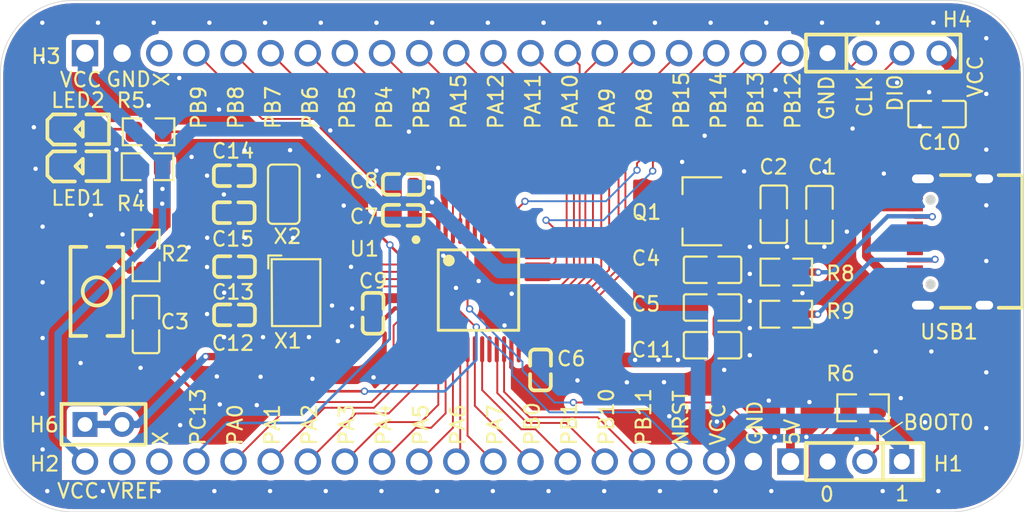
<source format=kicad_pcb>
(kicad_pcb (version 20240108) (generator "pcbnew") (generator_version "8.0")
  (layers (0 "F.Cu" signal) (31 "B.Cu" signal) (34 "B.Paste" user) (35 "F.Paste" user) (36 "B.SilkS" user "B.Silkscreen") (37 "F.SilkS" user "F.Silkscreen") (38 "B.Mask" user) (39 "F.Mask" user) (44 "Edge.Cuts" user))
  (net 0 "")
  (net 1 "VBUS")
  (net 2 "NRST")
  (net 3 "GND")
  (net 4 "OSC_OUT")
  (net 5 "OSC_IN")
  (net 6 "OSC32_IN")
  (net 7 "OSC32_OUT")
  (net 8 "Net-(H1-Pad2)")
  (net 9 "PA1")
  (net 10 "PA4")
  (net 11 "PA7")
  (net 12 "PB1")
  (net 13 "PA3")
  (net 14 "PA6")
  (net 15 "PA2")
  (net 16 "PA0")
  (net 17 "PC13")
  (net 18 "PB0")
  (net 19 "PB10")
  (net 20 "PA5")
  (net 21 "PB11")
  (net 22 "PB15")
  (net 23 "PB12")
  (net 24 "PA10")
  (net 25 "PA12")
  (net 26 "PB6")
  (net 27 "PB3")
  (net 28 "PA15")
  (net 29 "PB14")
  (net 30 "PB8")
  (net 31 "PB9")
  (net 32 "PA9")
  (net 33 "PA11")
  (net 34 "PA8")
  (net 35 "PB13")
  (net 36 "PB7")
  (net 37 "PB5")
  (net 38 "PB4")
  (net 39 "PA13{slash}SWDIO")
  (net 40 "PA14{slash}SWCLK")
  (net 41 "Net-(LED1-+)")
  (net 42 "Net-(LED2-+)")
  (net 43 "VMCU")
  (net 44 "BOOT0")
  (net 45 "Net-(USB1-CC2)")
  (net 46 "Net-(USB1-CC1)")
  (net 48 "PB2")
  (net 56 "/VDDA")
  (net 59 "VREF_PIN")
  (footprint "jlc_library:CRYSTAL-SMD_4P-L3.2-W2.5-BL-1" (layer "F.Cu") (at 84.296875 88.774207 -90)
    (property "Reference" "X1")
    (property "Value" "8MHz" (hide yes))
  )
  (footprint "jlc_library:R0805" (layer "F.Cu") (at 117.826375 90.25 180)
    (property "Reference" "R9")
    (property "Value" "5.1kΩ" (hide yes))
  )
  (footprint "jlc_library:C0805" (layer "F.Cu") (at 116.968875 83.41 -90)
    (property "Reference" "C2")
    (property "Value" "100nF" (hide yes))
  )
  (footprint "jlc_library:KEY-SMD_2P-L6.0-W3.6-P7.4-LS8.0-L" (layer "F.Cu") (at 70.66 88.69 90)
    (property "Reference" "SW1" (hide yes))
    (property "Value" "TS-1101-B-W" (hide yes))
  )
  (footprint "jlc_library:HDR-TH_20P-P2.54-V-M-1" (layer "F.Cu") (at 93.98 100.33 180)
    (property "Reference" "H2")
    (property "Value" "HDR-TH_20P-P2.54-V-M-1" (hide yes))
  )
  (footprint "jlc_library:C0603" (layer "F.Cu") (at 101.01 94.07 -90)
    (property "Reference" "C6")
    (property "Value" "100nF" (hide yes))
  )
  (footprint "jlc_library:R0805" (layer "F.Cu") (at 74.13 80.16)
    (property "Reference" "R4")
    (property "Value" "1kΩ" (hide yes))
  )
  (footprint "jlc_library:HDR-TH_20P-P2.54-V-M-1" (layer "F.Cu") (at 93.98 72.39)
    (property "Reference" "H3")
    (property "Value" "HDR-TH_20P-P2.54-V-M-1" (hide yes))
  )
  (footprint "jlc_library:C0603" (layer "F.Cu") (at 91.62 83.48 180)
    (property "Reference" "C7")
    (property "Value" "100nF" (hide yes))
  )
  (footprint "jlc_library:C0603" (layer "F.Cu") (at 91.62 81.37 180)
    (property "Reference" "C8")
    (property "Value" "100nF" (hide yes))
  )
  (footprint "jlc_library:R0805" (layer "F.Cu") (at 74.0335 86.22725 -90)
    (property "Reference" "R2")
    (property "Value" "10kΩ" (hide yes))
  )
  (footprint "jlc_library:C0805" (layer "F.Cu") (at 74.02 90.95025 -90)
    (property "Reference" "C3")
    (property "Value" "100nF" (hide yes))
  )
  (footprint "jlc_library:C0805" (layer "F.Cu") (at 120.0975 83.44 -90)
    (property "Reference" "C1")
    (property "Value" "1uF" (hide yes))
  )
  (footprint "jlc_library:R0805" (layer "F.Cu") (at 117.826375 87.36825 180)
    (property "Reference" "R8")
    (property "Value" "5.1kΩ" (hide yes))
  )
  (footprint "jlc_library:C0805" (layer "F.Cu") (at 112.78025 92.37)
    (property "Reference" "C11")
    (property "Value" "1uF" (hide yes))
  )
  (footprint "jlc_library:R0805" (layer "F.Cu") (at 74.2 77.77 180)
    (property "Reference" "R5")
    (property "Value" "1kΩ" (hide yes))
  )
  (footprint "jlc_library:HDR-TH_3P-P2.54-V-M" (layer "F.Cu") (at 123.19 100.33 180)
    (property "Reference" "H1")
    (property "Value" "HDR-TH_3P-P2.54-V-M" (hide yes))
  )
  (footprint "jlc_library:C0603" (layer "F.Cu") (at 89.56 90.18 90)
    (property "Reference" "C9")
    (property "Value" "100nF" (hide yes))
  )
  (footprint "jlc_library:C0603" (layer "F.Cu") (at 80.071375 90.293957 180)
    (property "Reference" "C12")
    (property "Value" "12pF" (hide yes))
  )
  (footprint "jlc_library:C0805" (layer "F.Cu") (at 112.78025 87.211666)
    (property "Reference" "C4")
    (property "Value" "100nF" (hide yes))
  )
  (footprint "jlc_library:C0805" (layer "F.Cu") (at 128.14 76.56 180)
    (property "Reference" "C10")
    (property "Value" "100nF" (hide yes))
  )
  (footprint "jlc_library:C0603" (layer "F.Cu") (at 80.05075 83.30225 180)
    (property "Reference" "C15")
    (property "Value" "12pF" (hide yes))
  )
  (footprint "jlc_library:USB-C-SMD_TYPE-C-6PIN-2MD-073" (layer "F.Cu") (at 129 85.31 90)
    (property "Reference" "USB1")
    (property "Value" "TYPE-C 16PIN 2MD(073)" (hide yes))
    (fp_poly (pts (xy 3.24 -1.305) (xy 3.22287 -1.413156) (xy 3.173156 -1.510725) (xy 3.095725 -1.588156) (xy 2.998156 -1.63787) (xy 2.89 -1.655) (xy 2.781844 -1.63787) (xy 2.684275 -1.588156) (xy 2.606844 -1.510725) (xy 2.55713 -1.413156) (xy 2.54 -1.305) (xy 2.55713 -1.196844) (xy 2.606844 -1.099275) (xy 2.684275 -1.021844) (xy 2.781844 -0.97213) (xy 2.89 -0.955) (xy 2.998156 -0.97213) (xy 3.095725 -1.021844) (xy 3.173156 -1.099275) (xy 3.22287 -1.196844)) (fill solid) (layer "Edge.Cuts"))
    (fp_poly (pts (xy -2.54 -1.305) (xy -2.55713 -1.413156) (xy -2.606844 -1.510725) (xy -2.684275 -1.588156) (xy -2.781844 -1.63787) (xy -2.89 -1.655) (xy -2.998156 -1.63787) (xy -3.095725 -1.588156) (xy -3.173156 -1.510725) (xy -3.22287 -1.413156) (xy -3.24 -1.305) (xy -3.22287 -1.196844) (xy -3.173156 -1.099275) (xy -3.095725 -1.021844) (xy -2.998156 -0.97213) (xy -2.89 -0.955) (xy -2.781844 -0.97213) (xy -2.684275 -1.021844) (xy -2.606844 -1.099275) (xy -2.55713 -1.196844)) (fill solid) (layer "Edge.Cuts"))
  )
  (footprint "jlc_library:LQFP-48_L7.0-W7.0-P0.50-LS9.0-TL" (layer "F.Cu") (at 96.77 88.6)
    (property "Reference" "U1")
    (property "Value" "CW32F030C8T6" (hide yes))
  )
  (footprint "jlc_library:HDR-TH_2P-P2.54-V-F" (layer "F.Cu") (at 71.12 97.79)
    (property "Reference" "H6")
    (property "Value" "HDR-TH_2P-P2.54-V-F" (hide yes))
  )
  (footprint "jlc_library:R0805" (layer "F.Cu") (at 123.08 96.65)
    (property "Reference" "R6")
    (property "Value" "10kΩ" (hide yes))
  )
  (footprint "jlc_library:LED0805-R-RD" (layer "F.Cu") (at 69.5 77.596)
    (property "Reference" "LED2")
    (property "Value" "LED0603-RD_RED" (hide yes))
  )
  (footprint "jlc_library:LED0805-R-RD" (layer "F.Cu") (at 69.5 80.126)
    (property "Reference" "LED1")
    (property "Value" "LED0603-RD_RED" (hide yes))
  )
  (footprint "jlc_library:HDR-TH_4P-P2.54-V-F" (layer "F.Cu") (at 124.46 72.39)
    (property "Reference" "H4")
    (property "Value" "HDR-TH_4P-P2.54-V-M" (hide yes))
  )
  (footprint "jlc_library:C0805" (layer "F.Cu") (at 112.78025 89.790832)
    (property "Reference" "C5")
    (property "Value" "1uF" (hide yes))
  )
  (footprint "jlc_library:C0603" (layer "F.Cu") (at 80.05075 80.77225 180)
    (property "Reference" "C14")
    (property "Value" "12pF" (hide yes))
  )
  (footprint "jlc_library:OSC-SMD_L3.2-W1.5" (layer "F.Cu") (at 83.45 82.04 -90)
    (property "Reference" "X2")
    (property "Value" "32.768kHz" (hide yes))
  )
  (footprint "jlc_library:C0603" (layer "F.Cu") (at 80.086875 87.000707)
    (property "Reference" "C13")
    (property "Value" "12pF" (hide yes))
  )
  (footprint "jlc_library:SOT-89-3_L4.5-W2.5-P1.50-LS4.2-BR" (layer "F.Cu") (at 112.676 83.21)
    (property "Reference" "Q1")
    (property "Value" "AMS1117-3.3V" (hide yes))
  )
  (gr_rect (start 74.606 81.077) (end 75.61 84.25) (stroke (width 0.2)) (fill solid) (layer "F.Cu") (net 43))
  (gr_rect (start 74.606 81.077) (end 75.61 82.91) (stroke (width 0.2)) (fill solid) (layer "B.Cu") (net 43))
  (gr_rect (start 107.31 90.12) (end 112.37925 93.2735) (stroke (width 0.2)) (fill solid) (layer "B.Cu") (net 43))
  (gr_line (start 124.26 98.64) (end 125.76 97.64) (stroke (width 0.1)) (layer "F.SilkS"))
  (gr_line (start 64.06 98.78) (end 64.06 73.78) (stroke (width 0.05)) (layer "Edge.Cuts"))
  (gr_arc (start 129.06 68.78) (mid 132.595534 70.244466) (end 134.06 73.78) (stroke (width 0.05)) (layer "Edge.Cuts"))
  (gr_line (start 69.06 68.78) (end 129.06 68.78) (stroke (width 0.05)) (layer "Edge.Cuts"))
  (gr_arc (start 69.06 103.78) (mid 65.524466 102.315534) (end 64.06 98.78) (stroke (width 0.05)) (layer "Edge.Cuts"))
  (gr_arc (start 134.06 98.78) (mid 132.595534 102.315534) (end 129.06 103.78) (stroke (width 0.05)) (layer "Edge.Cuts"))
  (gr_arc (start 64.06 73.78) (mid 65.524466 70.244466) (end 69.06 68.78) (stroke (width 0.05)) (layer "Edge.Cuts"))
  (gr_line (start 129.06 103.78) (end 69.06 103.78) (stroke (width 0.05)) (layer "Edge.Cuts"))
  (gr_line (start 134.06 73.78) (end 134.06 98.78) (stroke (width 0.05)) (layer "Edge.Cuts"))
  (gr_text "PA1" (at 83.25 99.32 90) (layer "F.SilkS") (effects (font (size 1 1)) (justify left bottom)))
  (gr_text "PA5" (at 93.41 99.32 90) (layer "F.SilkS") (effects (font (size 1 1)) (justify left bottom)))
  (gr_text "PB10" (at 106.11 99.32 90) (layer "F.SilkS") (effects (font (size 1 1)) (justify left bottom)))
  (gr_text "0" (at 120.03 103.16 0) (layer "F.SilkS") (effects (font (size 1 1)) (justify left bottom)))
  (gr_text "PB5" (at 88.38 77.68 90) (layer "F.SilkS") (effects (font (size 1 1)) (justify left bottom)))
  (gr_text "VREF" (at 71.29 102.93 0) (layer "F.SilkS") (effects (font (size 1 1)) (justify left bottom)))
  (gr_text "PB3" (at 93.46 77.68 90) (layer "F.SilkS") (effects (font (size 1 1)) (justify left bottom)))
  (gr_text "PB15" (at 111.24 77.68 90) (layer "F.SilkS") (effects (font (size 1 1)) (justify left bottom)))
  (gr_text "PC13\n" (at 78.17 99.32 90) (layer "F.SilkS") (effects (font (size 1 1)) (justify left bottom)))
  (gr_text "PA8" (at 108.7 77.68 90) (layer "F.SilkS") (effects (font (size 1 1)) (justify left bottom)))
  (gr_text "DIO" (at 125.86 76.48 90) (layer "F.SilkS") (effects (font (size 1 1)) (justify left bottom)))
  (gr_text "PB8" (at 80.76 77.68 90) (layer "F.SilkS") (effects (font (size 1 1)) (justify left bottom)))
  (gr_text "PB11\n" (at 108.65 99.32 90) (layer "F.SilkS") (effects (font (size 1 1)) (justify left bottom)))
  (gr_text "PB4" (at 90.92 77.68 90) (layer "F.SilkS") (effects (font (size 1 1)) (justify left bottom)))
  (gr_text "PB0\n" (at 101.03 99.32 90) (layer "F.SilkS") (effects (font (size 1 1)) (justify left bottom)))
  (gr_text "1" (at 125.19 103.12 0) (layer "F.SilkS") (effects (font (size 1 1)) (justify left bottom)))
  (gr_text "GND" (at 121.17 77.08 90) (layer "F.SilkS") (effects (font (size 1 1)) (justify left bottom)))
  (gr_text "PB13" (at 116.32 77.68 90) (layer "F.SilkS") (effects (font (size 1 1)) (justify left bottom)))
  (gr_text "PB14" (at 113.78 77.68 90) (layer "F.SilkS") (effects (font (size 1 1)) (justify left bottom)))
  (gr_text "PA10\n" (at 103.62 77.68 90) (layer "F.SilkS") (effects (font (size 1 1)) (justify left bottom)))
  (gr_text "PA12" (at 98.54 77.68 90) (layer "F.SilkS") (effects (font (size 1 1)) (justify left bottom)))
  (gr_text "VCC" (at 68.04 74.8 0) (layer "F.SilkS") (effects (font (size 1 1)) (justify left bottom)))
  (gr_text "PA7" (at 98.49 99.32 90) (layer "F.SilkS") (effects (font (size 1 1)) (justify left bottom)))
  (gr_text "PB1" (at 103.57 99.32 90) (layer "F.SilkS") (effects (font (size 1 1)) (justify left bottom)))
  (gr_text "X" (at 75.68 74.77 90) (layer "F.SilkS") (effects (font (size 1 1)) (justify left bottom)))
  (gr_text "BOOT0\n" (at 125.74 98.24 0) (layer "F.SilkS") (effects (font (size 1 1)) (justify left bottom)))
  (gr_text "PA0\n" (at 80.71 99.32 90) (layer "F.SilkS") (effects (font (size 1 1)) (justify left bottom)))
  (gr_text "PA15" (at 96 77.68 90) (layer "F.SilkS") (effects (font (size 1 1)) (justify left bottom)))
  (gr_text "PB6" (at 85.84 77.68 90) (layer "F.SilkS") (effects (font (size 1 1)) (justify left bottom)))
  (gr_text "PB7\n" (at 83.3 77.68 90) (layer "F.SilkS") (effects (font (size 1 1)) (justify left bottom)))
  (gr_text "GND" (at 116.27 99.32 90) (layer "F.SilkS") (effects (font (size 1 1)) (justify left bottom)))
  (gr_text "PA3" (at 88.33 99.32 90) (layer "F.SilkS") (effects (font (size 1 1)) (justify left bottom)))
  (gr_text "NRST\n" (at 111.19 99.32 90) (layer "F.SilkS") (effects (font (size 1 1)) (justify left bottom)))
  (gr_text "VCC" (at 131.35 75.52 90) (layer "F.SilkS") (effects (font (size 1 1)) (justify left bottom)))
  (gr_text "PA11" (at 101.08 77.68 90) (layer "F.SilkS") (effects (font (size 1 1)) (justify left bottom)))
  (gr_text "GND" (at 71.21 74.77 0) (layer "F.SilkS") (effects (font (size 1 1)) (justify left bottom)))
  (gr_text "PA2\n" (at 85.79 99.32 90) (layer "F.SilkS") (effects (font (size 1 1)) (justify left bottom)))
  (gr_text "VCC" (at 113.73 99.32 90) (layer "F.SilkS") (effects (font (size 1 1)) (justify left bottom)))
  (gr_text "PB12" (at 118.86 77.68 90) (layer "F.SilkS") (effects (font (size 1 1)) (justify left bottom)))
  (gr_text "5V" (at 118.81 99.32 90) (layer "F.SilkS") (effects (font (size 1 1)) (justify left bottom)))
  (gr_text "PB9" (at 78.22 77.68 90) (layer "F.SilkS") (effects (font (size 1 1)) (justify left bottom)))
  (gr_text "PA4" (at 90.87 99.32 90) (layer "F.SilkS") (effects (font (size 1 1)) (justify left bottom)))
  (gr_text "CLK" (at 123.77 76.88 90) (layer "F.SilkS") (effects (font (size 1 1)) (justify left bottom)))
  (gr_text "PA9" (at 106.16 77.68 90) (layer "F.SilkS") (effects (font (size 1 1)) (justify left bottom)))
  (gr_text "X" (at 75.61 99.32 90) (layer "F.SilkS") (effects (font (size 1 1)) (justify left bottom)))
  (gr_text "PA6" (at 95.95 99.32 90) (layer "F.SilkS") (effects (font (size 1 1)) (justify left bottom)))
  (gr_text "VCC" (at 67.85 102.93 0) (layer "F.SilkS") (effects (font (size 1 1)) (justify left bottom)))
  (segment (start 124.76 87.71) (end 118.11 94.36) (width 0.6) (layer "F.Cu") (net 1))
  (segment (start 126.625 87.71) (end 124.76 87.71) (width 0.6) (layer "F.Cu") (net 1))
  (segment (start 120.0975 82.44) (end 116.998875 82.44) (width 0.672) (layer "F.Cu") (net 1))
  (segment (start 123.31 82.91) (end 126.625 82.91) (width 0.6) (layer "F.Cu") (net 1))
  (segment (start 114.032 81.71) (end 116.268875 81.71) (width 0.672) (layer "F.Cu") (net 1))
  (segment (start 116.268875 81.71) (end 116.968875 82.41) (width 0.672) (layer "F.Cu") (net 1))
  (segment (start 124.76 87.71) (end 123.31 86.26) (width 0.6) (layer "F.Cu") (net 1))
  (segment (start 123.31 82.91) (end 120.5675 82.91) (width 0.6) (layer "F.Cu") (net 1))
  (segment (start 123.31 86.26) (end 123.31 82.91) (width 0.6) (layer "F.Cu") (net 1))
  (segment (start 118.11 94.36) (end 118.11 100.33) (width 0.6) (layer "F.Cu") (net 1))
  (segment (start 116.998875 82.44) (end 116.968875 82.41) (width 0.5) (layer "F.Cu") (net 1))
  (segment (start 120.5675 82.91) (end 120.0975 82.44) (width 0.5) (layer "F.Cu") (net 1))
  (segment (start 74.0335 87.22725) (end 72.89725 87.22725) (width 0.5) (layer "F.Cu") (net 2))
  (segment (start 94.3 88.85) (end 96.53 91.08) (width 0.13) (layer "F.Cu") (net 2))
  (segment (start 75.28 91.21025) (end 75.28 93.51) (width 0.18) (layer "F.Cu") (net 2))
  (segment (start 96.53 91.08) (end 96.62 91.08) (width 0.13) (layer "F.Cu") (net 2))
  (segment (start 92.72 88.85) (end 94.3 88.85) (width 0.13) (layer "F.Cu") (net 2))
  (segment (start 74.0335 89.93675) (end 74.02 89.95025) (width 0.5) (layer "F.Cu") (net 2))
  (segment (start 75.28 93.51) (end 77.29 95.52) (width 0.18) (layer "F.Cu") (net 2))
  (segment (start 88.97 95.52) (end 88.98 95.53) (width 0.18) (layer "F.Cu") (net 2))
  (segment (start 72.89725 87.22725) (end 70.66 84.99) (width 0.5) (layer "F.Cu") (net 2))
  (segment (start 77.29 95.52) (end 88.97 95.52) (width 0.18) (layer "F.Cu") (net 2))
  (segment (start 74.0335 87.22725) (end 74.0335 89.93675) (width 0.5) (layer "F.Cu") (net 2))
  (segment (start 74.02 89.95025) (end 75.28 91.21025) (width 0.18) (layer "F.Cu") (net 2))
  (via (at 88.97 95.52) (size 0.5) (drill 0.3) (layers "F.Cu" "B.Cu") (net 2))
  (via (at 96.62 91.13) (size 0.5) (drill 0.3) (layers "F.Cu" "B.Cu") (net 2))
  (segment (start 96.62 93.37) (end 94.46 95.53) (width 0.18) (layer "B.Cu") (net 2))
  (segment (start 96.62 91.08) (end 99.06 93.52) (width 0.13) (layer "B.Cu") (net 2))
  (segment (start 108.05 96.96) (end 110.68 99.59) (width 0.13) (layer "B.Cu") (net 2))
  (segment (start 94.46 95.53) (end 88.98 95.53) (width 0.18) (layer "B.Cu") (net 2))
  (segment (start 99.06 94.4) (end 101.62 96.96) (width 0.13) (layer "B.Cu") (net 2))
  (segment (start 99.06 93.52) (end 99.06 94.4) (width 0.13) (layer "B.Cu") (net 2))
  (segment (start 96.62 91.08) (end 96.62 91.13) (width 0.18) (layer "B.Cu") (net 2))
  (segment (start 96.62 91.13) (end 96.62 93.37) (width 0.18) (layer "B.Cu") (net 2))
  (segment (start 101.62 96.96) (end 108.05 96.96) (width 0.13) (layer "B.Cu") (net 2))
  (segment (start 116.998875 84.44) (end 116.968875 84.41) (width 0.6) (layer "F.Cu") (net 3))
  (segment (start 93.49 79.86) (end 91.5 79.86) (width 0.3) (layer "F.Cu") (net 3))
  (segment (start 85.171875 85.091875) (end 85.171875 87.674207) (width 0.3) (layer "F.Cu") (net 3))
  (segment (start 127.175 89.635) (end 131.375 89.635) (width 1) (layer "F.Cu") (net 3))
  (segment (start 79.35075 82.06) (end 79.35075 80.77225) (width 0.5) (layer "F.Cu") (net 3))
  (segment (start 78.22 80.75) (end 78.22 79.89) (width 0.3) (layer "F.Cu") (net 3))
  (segment (start 86.75 89.66) (end 86.75 90.86) (width 0.3) (layer "F.Cu") (net 3))
  (segment (start 83.43 91.82) (end 79.36 91.82) (width 0.3) (layer "F.Cu") (net 3))
  (segment (start 90.92 81.37) (end 90.92 83.48) (width 0.3) (layer "F.Cu") (net 3))
  (segment (start 90.92 80.44) (end 91.5 79.86) (width 0.3) (layer "F.Cu") (net 3))
  (segment (start 87.55 82.82) (end 87.55 82.51) (width 0.3) (layer "F.Cu") (net 3))
  (segment (start 113.78025 84.96175) (end 114.032 84.71) (width 1) (layer "F.Cu") (net 3))
  (segment (start 99.93 94.77) (end 101.01 94.77) (width 0.3) (layer "F.Cu") (net 3))
  (segment (start 79.35075 83.30225) (end 79.35075 82.06) (width 0.5) (layer "F.Cu") (net 3))
  (segment (start 86.06 85.02) (end 85.1 85.02) (width 0.3) (layer "F.Cu") (net 3))
  (segment (start 103.53 94.77) (end 103.54 94.78) (width 0.3) (layer "F.Cu") (net 3))
  (segment (start 78.93 91.82) (end 79.36 91.82) (width 0.3) (layer "F.Cu") (net 3))
  (segment (start 88.12 89.86) (end 88.12 89.95) (width 0.5) (layer "F.Cu") (net 3))
  (segment (start 94.52 80.89) (end 94.02 80.39) (width 0.3) (layer "F.Cu") (net 3))
  (segment (start 85.79 91.82) (end 83.43 91.82) (width 0.3) (layer "F.Cu") (net 3))
  (segment (start 101.01 94.77) (end 102.07 94.77) (width 0.3) (layer "F.Cu") (net 3))
  (segment (start 88.12 91.22) (end 88.13 91.23) (width 0.5) (layer "F.Cu") (net 3))
  (segment (start 102.07 94.77) (end 102.08 94.78) (width 0.3) (layer "F.Cu") (net 3))
  (segment (start 113.78025 92.37) (end 113.78025 84.96175) (width 1) (layer "F.Cu") (net 3))
  (segment (start 78.2 91.09) (end 78.93 91.82) (width 0.3) (layer "F.Cu") (net 3))
  (segment (start 88.05 87.01) (end 86.06 85.02) (width 0.3) (layer "F.Cu") (net 3))
  (segment (start 88.12 89.95) (end 88.12 91.07) (width 1) (layer "F.Cu") (net 3))
  (segment (start 126.625 82.11) (end 126.625 81.535) (width 0.5) (layer "F.Cu") (net 3))
  (segment (start 99.02 92.65) (end 99.02 93.86) (width 0.3) (layer "F.Cu") (net 3))
  (segment (start 116.826375 90.25) (end 116.826375 84.5525) (width 1) (layer "F.Cu") (net 3))
  (segment (start 93.87 80.24) (end 93.49 79.86) (width 0.3) (layer "F.Cu") (net 3))
  (segment (start 103.54 94.78) (end 101.02 94.78) (width 0.5) (layer "F.Cu") (net 3))
  (segment (start 89.69 89.35) (end 89.56 89.48) (width 0.13) (layer "F.Cu") (net 3))
  (segment (start 120.0975 84.44) (end 116.998875 84.44) (width 0.6) (layer "F.Cu") (net 3))
  (segment (start 78.21 85.02) (end 76.68 85.02) (width 0.3) (layer "F.Cu") (net 3))
  (segment (start 86.75 90.86) (end 85.79 91.82) (width 0.3) (layer "F.Cu") (net 3))
  (segment (start 102.68 94.77) (end 103.53 94.77) (width 0.3) (layer "F.Cu") (net 3))
  (segment (start 78.2 90.24) (end 78.2 91.09) (width 0.3) (layer "F.Cu") (net 3))
  (segment (start 87.55 82.51) (end 85.83 80.79) (width 0.3) (layer "F.Cu") (net 3))
  (segment (start 102.09 94.77) (end 102.68 94.77) (width 0.3) (layer "F.Cu") (net 3))
  (segment (start 88.5 89.48) (end 88.12 89.86) (width 0.5) (layer "F.Cu") (net 3))
  (segment (start 83.43 91.82) (end 83.421875 91.811875) (width 0.3) (layer "F.Cu") (net 3))
  (segment (start 94.02 80.24) (end 93.87 80.24) (width 0.3) (layer "F.Cu") (net 3))
  (segment (start 88.12 91.07) (end 88.12 91.22) (width 1) (layer "F.Cu") (net 3))
  (segment (start 89.56 89.48) (end 88.5 89.48) (width 0.5) (layer "F.Cu") (net 3))
  (segment (start 103.55 94.77) (end 103.65 94.77) (width 0.3) (layer "F.Cu") (net 3))
  (segment (start 126.625 88.51) (end 126.625 89.085) (width 0.5) (layer "F.Cu") (net 3))
  (segment (start 92.72 89.35) (end 89.69 89.35) (width 0.28) (layer "F.Cu") (net 3))
  (segment (start 85.1 85.02) (end 85.171875 85.091875) (width 0.3) (layer "F.Cu") (net 3))
  (segment (start 90.92 81.37) (end 90.92 80.44) (width 0.3) (layer "F.Cu") (net 3))
  (segment (start 80.76 79.05) (end 84.09 79.05) (width 0.3) (layer "F.Cu") (net 3))
  (segment (start 116.826375 84.5525) (end 116.968875 84.41) (width 1) (layer "F.Cu") (net 3))
  (segment (start 126.625 89.085) (end 127.175 89.635) (width 0.5) (layer "F.Cu") (net 3))
  (segment (start 94.02 80.39) (end 94.02 80.24) (width 0.3) (layer "F.Cu") (net 3))
  (segment (start 78.22 79.89) (end 79.06 79.05) (width 0.3) (layer "F.Cu") (net 3))
  (segment (start 79.371375 87.016207) (end 79.386875 87.000707) (width 0.5) (layer "F.Cu") (net 3))
  (segment (start 131.375 80.985) (end 131.375 89.635) (width 1) (layer "F.Cu") (net 3))
  (segment (start 114.032 84.71) (end 116.668875 84.71) (width 0.672) (layer "F.Cu") (net 3))
  (segment (start 102.08 94.78) (end 102.09 94.77) (width 0.3) (layer "F.Cu") (net 3))
  (segment (start 94.52 84.55) (end 94.52 80.89) (width 0.3) (layer "F.Cu") (net 3))
  (segment (start 84.09 79.05) (end 85.83 80.79) (width 0.3) (layer "F.Cu") (net 3))
  (segment (start 79.06 79.05) (end 80.76 79.05) (width 0.3) (layer "F.Cu") (net 3))
  (segment (start 78.2 80.77) (end 78.22 80.75) (width 0.3) (layer "F.Cu") (net 3))
  (segment (start 116.668875 84.71) (end 116.968875 84.41) (width 0.672) (layer "F.Cu") (net 3))
  (segment (start 103.54 94.78) (end 103.55 94.77) (width 0.3) (layer "F.Cu") (net 3))
  (segment (start 78.2 80.77) (end 78.2 90.24) (width 0.3) (layer "F.Cu") (net 3))
  (segment (start 99.02 93.86) (end 99.93 94.77) (width 0.3) (layer "F.Cu") (net 3))
  (segment (start 85.1 85.02) (end 78.21 85.02) (width 0.3) (layer "F.Cu") (net 3))
  (segment (start 83.421875 91.811875) (end 83.421875 89.874207) (width 0.3) (layer "F.Cu") (net 3))
  (segment (start 126.625 81.535) (end 127.175 80.985) (width 0.5) (layer "F.Cu") (net 3))
  (segment (start 127.175 80.985) (end 131.375 80.985) (width 1) (layer "F.Cu") (net 3))
  (segment (start 79.371375 90.293957) (end 79.371375 87.016207) (width 0.5) (layer "F.Cu") (net 3))
  (segment (start 101.02 94.78) (end 101.01 94.77) (width 0.5) (layer "F.Cu") (net 3))
  (via (at 117.09 74.91) (size 0.5) (drill 0.3) (layers "F.Cu" "B.Cu") (net 3))
  (via (at 79.371375 88.778139) (size 0.5) (drill 0.3) (layers "F.Cu" "B.Cu") (net 3))
  (via (at 74.89 102.35) (size 0.5) (drill 0.3) (layers "F.Cu" "B.Cu") (net 3))
  (via (at 97.41 70.31) (size 0.5) (drill 0.3) (layers "F.Cu" "B.Cu") (net 3))
  (via (at 127.89 70.31) (size 0.5) (drill 0.3) (layers "F.Cu" "B.Cu") (net 3))
  (via (at 131.51 78.99) (size 0.5) (drill 0.3) (layers "F.Cu" "B.Cu") (net 3))
  (via (at 88.12 89.86) (size 0.5) (drill 0.3) (layers "F.Cu" "B.Cu") (net 3))
  (via (at 85.41 94.67) (size 0.5) (drill 0.3) (layers "F.Cu" "B.Cu") (net 3))
  (via (at 131.51 75.18) (size 0.5) (drill 0.3) (layers "F.Cu" "B.Cu") (net 3))
  (via (at 127.32 97.64) (size 0.5) (drill 0.3) (layers "F.Cu" "B.Cu") (net 3))
  (via (at 73.69 81.82) (size 0.5) (drill 0.3) (layers "F.Cu" "B.Cu") (net 3))
  (via (at 114.94 80.48) (size 0.5) (drill 0.3) (layers "F.Cu" "B.Cu") (net 3))
  (via (at 122.36 77.55) (size 0.5) (drill 0.3) (layers "F.Cu" "B.Cu") (net 3))
  (via (at 116.63 96.16) (size 0.5) (drill 0.3) (layers "F.Cu" "B.Cu") (net 3))
  (via (at 80.82 85.02) (size 0.5) (drill 0.3) (layers "F.Cu" "B.Cu") (net 3))
  (via (at 66.95 95.69) (size 0.5) (drill 0.3) (layers "F.Cu" "B.Cu") (net 3))
  (via (at 131.51 86.61) (size 0.5) (drill 0.3) (layers "F.Cu" "B.Cu") (net 3))
  (via (at 78.21 85.02) (size 0.5) (drill 0.3) (layers "F.Cu" "B.Cu") (net 3))
  (via (at 121.97 84.6) (size 0.5) (drill 0.3) (layers "F.Cu" "B.Cu") (net 3))
  (via (at 119.41 96.26) (size 0.5) (drill 0.3) (layers "F.Cu" "B.Cu") (net 3))
  (via (at 127.6 75.06) (size 0.5) (drill 0.3) (layers "F.Cu" "B.Cu") (net 3))
  (via (at 115.33 93.058) (size 0.5) (drill 0.3) (layers "F.Cu" "B.Cu") (net 3))
  (via (at 66.35 77.46) (size 0.5) (drill 0.3) (layers "F.Cu" "B.Cu") (net 3))
  (via (at 103.54 94.78) (size 0.5) (drill 0.3) (layers "F.Cu" "B.Cu") (net 3))
  (via (at 74.2 75.98) (size 0.5) (drill 0.3) (layers "F.Cu" "B.Cu") (net 3))
  (via (at 90.13 102.35) (size 0.5) (drill 0.3) (layers "F.Cu" "B.Cu") (net 3))
  (via (at 127.75 92.8) (size 0.5) (drill 0.3) (layers "F.Cu" "B.Cu") (net 3))
  (via (at 94.36 86.25) (size 0.5) (drill 0.3) (layers "F.Cu" "B.Cu") (net 3))
  (via (at 120.43 85.638) (size 0.5) (drill 0.3) (layers "F.Cu" "B.Cu") (net 3))
  (via (at 113.58 94.06) (size 0.5) (drill 0.3) (layers "F.Cu" "B.Cu") (net 3))
  (via (at 79.36 91.82) (size 0.5) (drill 0.3) (layers "F.Cu" "B.Cu") (net 3))
  (via (at 78.2 80.77) (size 0.5) (drill 0.3) (layers "F.Cu" "B.Cu") (net 3))
  (via (at 125.66 95.99) (size 0.5) (drill 0.3) (layers "F.Cu" "B.Cu") (net 3))
  (via (at 89.79 70.31) (size 0.5) (drill 0.3) (layers "F.Cu" "B.Cu") (net 3))
  (via (at 89.59 94.57) (size 0.5) (drill 0.3) (layers "F.Cu" "B.Cu") (net 3))
  (via (at 115.33 87.493) (size 0.5) (drill 0.3) (layers "F.Cu" "B.Cu") (net 3))
  (via (at 120.45 80.48) (size 0.5) (drill 0.3) (layers "F.Cu" "B.Cu") (net 3))
  (via (at 101.56 102.35) (size 0.5) (drill 0.3) (layers "F.Cu" "B.Cu") (net 3))
  (via (at 125.41 74.41) (size 0.5) (drill 0.3) (layers "F.Cu" "B.Cu") (net 3))
  (via (at 108.84 70.31) (size 0.5) (drill 0.3) (layers "F.Cu" "B.Cu") (net 3))
  (via (at 66.95 99.5) (size 0.5) (drill 0.3) (layers "F.Cu" "B.Cu") (net 3))
  (via (at 95.23 88.45) (size 0.5) (drill 0.3) (layers "F.Cu" "B.Cu") (net 3))
  (via (at 115.33 85.638) (size 0.5) (drill 0.3) (layers "F.Cu" "B.Cu") (net 3))
  (via (at 82.51 102.35) (size 0.5) (drill 0.3) (layers "F.Cu" "B.Cu") (net 3))
  (via (at 92.01 77.76) (size 0.5) (drill 0.3) (layers "F.Cu" "B.Cu") (net 3))
  (via (at 99.04 88.85) (size 0.5) (drill 0.3) (layers "F.Cu" "B.Cu") (net 3))
  (via (at 86.63 77.68) (size 0.5) (drill 0.3) (layers "F.Cu" "B.Cu") (net 3))
  (via (at 66.95 84.26) (size 0.5) (drill 0.3) (layers "F.Cu" "B.Cu") (net 3))
  (via (at 79.35075 82.06) (size 0.5) (drill 0.3) (layers "F.Cu" "B.Cu") (net 3))
  (via (at 66.95 72.83) (size 0.5) (drill 0.3) (layers "F.Cu" "B.Cu") (net 3))
  (via (at 87.55 82.82) (size 0.5) (drill 0.3) (layers "F.Cu" "B.Cu") (net 3))
  (via (at 101.22 70.31) (size 0.5) (drill 0.3) (layers "F.Cu" "B.Cu") (net 3))
  (via (at 85.17 91.82) (size 0.5) (drill 0.3) (layers "F.Cu" "B.Cu") (net 3))
  (via (at 117.88 85.638) (size 0.5) (drill 0.3) (layers "F.Cu" "B.Cu") (net 3))
  (via (at 112.65 70.31) (size 0.5) (drill 0.3) (layers "F.Cu" "B.Cu") (net 3))
  (via (at 83.88 79.03) (size 0.5) (drill 0.3) (layers "F.Cu" "B.Cu") (net 3))
  (via (at 131.51 98.04) (size 0.5) (drill 0.3) (layers "F.Cu" "B.Cu") (net 3))
  (via (at 84.08 85.03) (size 0.5) (drill 0.3) (layers "F.Cu" "B.Cu") (net 3))
  (via (at 131.51 94.23) (size 0.5) (drill 0.3) (layers "F.Cu" "B.Cu") (net 3))
  (via (at 109.18 102.35) (size 0.5) (drill 0.3) (layers "F.Cu" "B.Cu") (net 3))
  (via (at 126.96 77.39) (size 0.5) (drill 0.3) (layers "F.Cu" "B.Cu") (net 3))
  (via (at 85.98 70.31) (size 0.5) (drill 0.3) (layers "F.Cu" "B.Cu") (net 3))
  (via (at 88.05 87.01) (size 0.5) (drill 0.3) (layers "F.Cu" "B.Cu") (net 3))
  (via (at 122.64 98.78) (size 0.5) (drill 0.3) (layers "F.Cu" "B.Cu") (net 3))
  (via (at 81.86 94.53) (size 0.5) (drill 0.3) (layers "F.Cu" "B.Cu") (net 3))
  (via (at 115.33 89.348) (size 0.5) (drill 0.3) (layers "F.Cu" "B.Cu") (net 3))
  (via (at 72 78.99) (size 0.5) (drill 0.3) (layers "F.Cu" "B.Cu") (net 3))
  (via (at 93.6 70.31) (size 0.5) (drill 0.3) (layers "F.Cu" "B.Cu") (net 3))
  (via (at 124.42 102.35) (size 0.5) (drill 0.3) (layers "F.Cu" "B.Cu") (net 3))
  (via (at 118.93 88.81) (size 0.5) (drill 0.3) (layers "F.Cu" "B.Cu") (net 3))
  (via (at 79.07 96.42) (size 0.5) (drill 0.3) (layers "F.Cu" "B.Cu") (net 3))
  (via (at 76.94 85.68) (size 0.5) (drill 0.3) (layers "F.Cu" "B.Cu") (net 3))
  (via (at 74.55 70.31) (size 0.5) (drill 0.3) (layers "F.Cu" "B.Cu") (net 3))
  (via (at 73.65 93.92) (size 0.5) (drill 0.3) (layers "F.Cu" "B.Cu") (net 3))
  (via (at 66.95 88.07) (size 0.5) (drill 0.3) (layers "F.Cu" "B.Cu") (net 3))
  (via (at 112.99 102.35) (size 0.5) (drill 0.3) (layers "F.Cu" "B.Cu") (net 3))
  (via (at 105.37 102.35) (size 0.5) (drill 0.3) (layers "F.Cu" "B.Cu") (net 3))
  (via (at 116.8 102.35) (size 0.5) (drill 0.3) (layers "F.Cu" "B.Cu") (net 3))
  (via (at 66.93 70.31) (size 0.5) (drill 0.3) (layers "F.Cu" "B.Cu") (net 3))
  (via (at 117.03 98.66) (size 0.5) (drill 0.3) (layers "F.Cu" "B.Cu") (net 3))
  (via (at 87.15 92.09) (size 0.5) (drill 0.3) (layers "F.Cu" "B.Cu") (net 3))
  (via (at 72.42 84.79) (size 0.5) (drill 0.3) (layers "F.Cu" "B.Cu") (net 3))
  (via (at 71.08 102.35) (size 0.5) (drill 0.3) (layers "F.Cu" "B.Cu") (net 3))
  (via (at 79.02 76.25) (size 0.5) (drill 0.3) (layers "F.Cu" "B.Cu") (net 3))
  (via (at 67.27 102.35) (size 0.5) (drill 0.3) (layers "F.Cu" "B.Cu") (net 3))
  (via (at 82.03 91.82) (size 0.5) (drill 0.3) (layers "F.Cu" "B.Cu") (net 3))
  (via (at 97.75 102.35) (size 0.5) (drill 0.3) (layers "F.Cu" "B.Cu") (net 3))
  (via (at 96.78 87.98) (size 0.5) (drill 0.3) (layers "F.Cu" "B.Cu") (net 3))
  (via (at 80.76 79.05) (size 0.5) (drill 0.3) (layers "F.Cu" "B.Cu") (net 3))
  (via (at 81.6 96.47) (size 0.5) (drill 0.3) (layers "F.Cu" "B.Cu") (net 3))
  (via (at 106.92 94.91) (size 0.5) (drill 0.3) (layers "F.Cu" "B.Cu") (net 3))
  (via (at 113.08 97.6) (size 0.5) (drill 0.3) (layers "F.Cu" "B.Cu") (net 3))
  (via (at 70.74 70.31) (size 0.5) (drill 0.3) (layers "F.Cu" "B.Cu") (net 3))
  (via (at 116.46 70.31) (size 0.5) (drill 0.3) (layers "F.Cu" "B.Cu") (net 3))
  (via (at 82.17 70.31) (size 0.5) (drill 0.3) (layers "F.Cu" "B.Cu") (net 3))
  (via (at 115.33 91.203) (size 0.5) (drill 0.3) (layers "F.Cu" "B.Cu") (net 3))
  (via (at 78.2 90.24) (size 0.5) (drill 0.3) (layers "F.Cu" "B.Cu") (net 3))
  (via (at 89.78 80.43) (size 0.5) (drill 0.3) (layers "F.Cu" "B.Cu") (net 3))
  (via (at 109.46 94.9) (size 0.5) (drill 0.3) (layers "F.Cu" "B.Cu") (net 3))
  (via (at 124.08 70.31) (size 0.5) (drill 0.3) (layers "F.Cu" "B.Cu") (net 3))
  (via (at 78.7 102.35) (size 0.5) (drill 0.3) (layers "F.Cu" "B.Cu") (net 3))
  (via (at 110.7 79.83) (size 0.5) (drill 0.3) (layers "F.Cu" "B.Cu") (net 3))
  (via (at 131.51 71.37) (size 0.5) (drill 0.3) (layers "F.Cu" "B.Cu") (net 3))
  (via (at 69.55 93.59) (size 0.5) (drill 0.3) (layers "F.Cu" "B.Cu") (net 3))
  (via (at 124.5 80.63) (size 0.5) (drill 0.3) (layers "F.Cu" "B.Cu") (net 3))
  (via (at 94.02 80.24) (size 0.5) (drill 0.3) (layers "F.Cu" "B.Cu") (net 3))
  (via (at 93.94 102.35) (size 0.5) (drill 0.3) (layers "F.Cu" "B.Cu") (net 3))
  (via (at 128.23 102.35) (size 0.5) (drill 0.3) (layers "F.Cu" "B.Cu") (net 3))
  (via (at 66.95 91.88) (size 0.5) (drill 0.3) (layers "F.Cu" "B.Cu") (net 3))
  (via (at 77.14 79.49) (size 0.5) (drill 0.3) (layers "F.Cu" "B.Cu") (net 3))
  (via (at 88.12 91.07) (size 0.5) (drill 0.3) (layers "F.Cu" "B.Cu") (net 3))
  (via (at 105.03 70.31) (size 0.5) (drill 0.3) (layers "F.Cu" "B.Cu") (net 3))
  (via (at 109.82 97.23) (size 0.5) (drill 0.3) (layers "F.Cu" "B.Cu") (net 3))
  (via (at 66.47 80.3) (size 0.5) (drill 0.3) (layers "F.Cu" "B.Cu") (net 3))
  (via (at 78.2 87.02) (size 0.5) (drill 0.3) (layers "F.Cu" "B.Cu") (net 3))
  (via (at 86.75 89.66) (size 0.5) (drill 0.3) (layers "F.Cu" "B.Cu") (net 3))
  (via (at 86.32 102.35) (size 0.5) (drill 0.3) (layers "F.Cu" "B.Cu") (net 3))
  (via (at 70.25 83.46) (size 0.5) (drill 0.3) (layers "F.Cu" "B.Cu") (net 3))
  (via (at 76.36 97.84) (size 0.5) (drill 0.3) (layers "F.Cu" "B.Cu") (net 3))
  (via (at 119.2 98.65) (size 0.5) (drill 0.3) (layers "F.Cu" "B.Cu") (net 3))
  (via (at 78.36 70.31) (size 0.5) (drill 0.3) (layers "F.Cu" "B.Cu") (net 3))
  (via (at 123.94 92.8) (size 0.5) (drill 0.3) (layers "F.Cu" "B.Cu") (net 3))
  (via (at 85.83 80.79) (size 0.5) (drill 0.3) (layers "F.Cu" "B.Cu") (net 3))
  (via (at 78.87 94.51) (size 0.5) (drill 0.3) (layers "F.Cu" "B.Cu") (net 3))
  (via (at 131.51 82.8) (size 0.5) (drill 0.3) (layers "F.Cu" "B.Cu") (net 3))
  (via (at 98.55 91.02) (size 0.5) (drill 0.3) (layers "F.Cu" "B.Cu") (net 3))
  (via (at 120.27 70.31) (size 0.5) (drill 0.3) (layers "F.Cu" "B.Cu") (net 3))
  (via (at 112.24 78.04) (size 0.5) (drill 0.3) (layers "F.Cu" "B.Cu") (net 3))
  (via (at 76.3 74.09) (size 0.5) (drill 0.3) (layers "F.Cu" "B.Cu") (net 3))
  (segment (start 79.35075 82.06) (end 76.67 82.06) (width 0.5) (layer "B.Cu") (net 3))
  (segment (start 79.371375 88.778139) (end 76.648139 88.778139) (width 0.5) (layer "B.Cu") (net 3))
  (segment (start 115.76 99.59) (end 115.76 102.63) (width 1) (layer "B.Cu") (net 3))
  (segment (start 115.76 102.63) (end 115.77 102.64) (width 1) (layer "B.Cu") (net 3))
  (segment (start 85.171875 89.874207) (end 84.157668 88.86) (width 0.13) (layer "F.Cu") (net 4))
  (segment (start 82.38 88.86) (end 80.946043 90.293957) (width 0.13) (layer "F.Cu") (net 4))
  (segment (start 85.485793 89.874207) (end 87.01 88.35) (width 0.13) (layer "F.Cu") (net 4))
  (segment (start 87.01 88.35) (end 92.72 88.35) (width 0.13) (layer "F.Cu") (net 4))
  (segment (start 85.171875 89.874207) (end 85.485793 89.874207) (width 0.13) (layer "F.Cu") (net 4))
  (segment (start 84.157668 88.86) (end 82.38 88.86) (width 0.13) (layer "F.Cu") (net 4))
  (segment (start 80.946043 90.293957) (end 80.771375 90.293957) (width 0.13) (layer "F.Cu") (net 4))
  (segment (start 86.93 87.85) (end 92.72 87.85) (width 0.13) (layer "F.Cu") (net 5))
  (segment (start 84.517668 88.77) (end 86.01 88.77) (width 0.13) (layer "F.Cu") (net 5))
  (segment (start 83.421875 87.674207) (end 82.876082 88.22) (width 0.13) (layer "F.Cu") (net 5))
  (segment (start 82.876082 88.22) (end 82.006168 88.22) (width 0.13) (layer "F.Cu") (net 5))
  (segment (start 82.006168 88.22) (end 80.786875 87.000707) (width 0.13) (layer "F.Cu") (net 5))
  (segment (start 83.421875 87.674207) (end 84.517668 88.77) (width 0.13) (layer "F.Cu") (net 5))
  (segment (start 86.01 88.77) (end 86.93 87.85) (width 0.13) (layer "F.Cu") (net 5))
  (segment (start 83.45 81.04) (end 84.36 81.95) (width 0.13) (layer "F.Cu") (net 6))
  (segment (start 80.75075 80.77225) (end 83.44275 80.77225) (width 0.13) (layer "F.Cu") (net 6))
  (segment (start 84.36 81.95) (end 85.32 81.95) (width 0.13) (layer "F.Cu") (net 6))
  (segment (start 90.22 86.85) (end 92.72 86.85) (width 0.13) (layer "F.Cu") (net 6))
  (segment (start 85.32 81.95) (end 90.22 86.85) (width 0.13) (layer "F.Cu") (net 6))
  (segment (start 83.44275 80.77225) (end 83.45 80.765) (width 0.13) (layer "F.Cu") (net 6))
  (segment (start 83.45 80.765) (end 83.45 81.04) (width 0.13) (layer "F.Cu") (net 6))
  (segment (start 92.72 87.35) (end 90.09 87.35) (width 0.13) (layer "F.Cu") (net 7))
  (segment (start 83.43725 83.30225) (end 83.45 83.315) (width 0.13) (layer "F.Cu") (net 7))
  (segment (start 90.09 87.35) (end 85.15 82.41) (width 0.13) (layer "F.Cu") (net 7))
  (segment (start 84.355 82.41) (end 83.45 83.315) (width 0.13) (layer "F.Cu") (net 7))
  (segment (start 80.75075 83.30225) (end 83.43725 83.30225) (width 0.13) (layer "F.Cu") (net 7))
  (segment (start 85.15 82.41) (end 84.355 82.41) (width 0.13) (layer "F.Cu") (net 7))
  (segment (start 123.19 100.33) (end 124.08 99.44) (width 0.18) (layer "F.Cu") (net 8))
  (segment (start 124.08 99.44) (end 124.08 96.65) (width 0.18) (layer "F.Cu") (net 8))
  (segment (start 91.69 90.85) (end 91.35 91.19) (width 0.13) (layer "F.Cu") (net 9))
  (segment (start 92.72 90.85) (end 91.69 90.85) (width 0.13) (layer "F.Cu") (net 9))
  (segment (start 86.23 96.65) (end 86.75 96.65) (width 0.13) (layer "F.Cu") (net 9))
  (segment (start 89.62 96.65) (end 86.75 96.65) (width 0.13) (layer "F.Cu") (net 9))
  (segment (start 91.35 94.92) (end 89.62 96.65) (width 0.13) (layer "F.Cu") (net 9))
  (segment (start 91.35 91.19) (end 91.35 94.92) (width 0.13) (layer "F.Cu") (net 9))
  (segment (start 82.55 100.33) (end 86.23 96.65) (width 0.13) (layer "F.Cu") (net 9))
  (segment (start 90.17 100.33) (end 92.48 98.02) (width 0.13) (layer "F.Cu") (net 10))
  (segment (start 90.36 99.59) (end 90.42 99.59) (width 0.13) (layer "F.Cu") (net 10))
  (segment (start 92.48 98.02) (end 93.24 98.02) (width 0.13) (layer "F.Cu") (net 10))
  (segment (start 93.53 98.02) (end 94.52 97.03) (width 0.13) (layer "F.Cu") (net 10))
  (segment (start 94.52 97.03) (end 94.52 92.65) (width 0.13) (layer "F.Cu") (net 10))
  (segment (start 93.24 98.02) (end 93.53 98.02) (width 0.13) (layer "F.Cu") (net 10))
  (segment (start 96.02 92.65) (end 96.02 98.56) (width 0.13) (layer "F.Cu") (net 11))
  (segment (start 96.02 98.56) (end 97.79 100.33) (width 0.13) (layer "F.Cu") (net 11))
  (segment (start 99.7 98.12) (end 100.66 98.12) (width 0.13) (layer "F.Cu") (net 12))
  (segment (start 97.02 95.44) (end 99.7 98.12) (width 0.13) (layer "F.Cu") (net 12))
  (segment (start 100.66 98.12) (end 102.87 100.33) (width 0.13) (layer "F.Cu") (net 12))
  (segment (start 97.02 92.65) (end 97.02 95.44) (width 0.13) (layer "F.Cu") (net 12))
  (segment (start 90.33 97.63) (end 87.63 100.33) (width 0.13) (layer "F.Cu") (net 13))
  (segment (start 94.02 92.65) (end 94.02 96.45) (width 0.13) (layer "F.Cu") (net 13))
  (segment (start 94.02 96.45) (end 92.84 97.63) (width 0.13) (layer "F.Cu") (net 13))
  (segment (start 90.33 97.63) (end 92.84 97.63) (width 0.13) (layer "F.Cu") (net 13))
  (segment (start 95.52 100.06) (end 95.25 100.33) (width 0.13) (layer "F.Cu") (net 14))
  (segment (start 95.52 99.51) (end 95.44 99.59) (width 0.13) (layer "F.Cu") (net 14))
  (segment (start 95.52 92.65) (end 95.52 100.06) (width 0.13) (layer "F.Cu") (net 14))
  (segment (start 88.5 97.04) (end 88.38 97.04) (width 0.13) (layer "F.Cu") (net 15))
  (segment (start 92.72 91.35) (end 92.72 94.94) (width 0.13) (layer "F.Cu") (net 15))
  (segment (start 90.62 97.04) (end 88.5 97.04) (width 0.13) (layer "F.Cu") (net 15))
  (segment (start 88.38 97.04) (end 85.09 100.33) (width 0.13) (layer "F.Cu") (net 15))
  (segment (start 92.72 94.94) (end 90.62 97.04) (width 0.13) (layer "F.Cu") (net 15))
  (segment (start 90.96 94.758456) (end 89.458456 96.26) (width 0.13) (layer "F.Cu") (net 16))
  (segment (start 91.638456 90.35) (end 90.96 91.028456) (width 0.13) (layer "F.Cu") (net 16))
  (segment (start 89.458456 96.26) (end 84.08 96.26) (width 0.13) (layer "F.Cu") (net 16))
  (segment (start 90.96 91.028456) (end 90.96 94.758456) (width 0.13) (layer "F.Cu") (net 16))
  (segment (start 92.72 90.35) (end 91.638456 90.35) (width 0.13) (layer "F.Cu") (net 16))
  (segment (start 84.08 96.26) (end 80.01 100.33) (width 0.13) (layer "F.Cu") (net 16))
  (segment (start 90.71 85.51) (end 90.71 85.53) (width 0.18) (layer "F.Cu") (net 17))
  (segment (start 89.71 84.53) (end 90.69 85.51) (width 0.18) (layer "F.Cu") (net 17))
  (segment (start 89.71 82.05) (end 89.71 84.53) (width 0.18) (layer "F.Cu") (net 17))
  (segment (start 91.53 86.35) (end 92.72 86.35) (width 0.18) (layer "F.Cu") (net 17))
  (segment (start 75.2 77.77) (end 85.43 77.77) (width 0.18) (layer "F.Cu") (net 17))
  (segment (start 90.69 85.51) (end 90.71 85.51) (width 0.18) (layer "F.Cu") (net 17))
  (segment (start 90.71 85.53) (end 91.53 86.35) (width 0.18) (layer "F.Cu") (net 17))
  (segment (start 85.43 77.77) (end 89.71 82.05) (width 0.18) (layer "F.Cu") (net 17))
  (via (at 90.71 85.51) (size 0.5) (drill 0.3) (layers "F.Cu" "B.Cu") (net 17))
  (segment (start 90.7 91.95) (end 90.7 85.52) (width 0.18) (layer "B.Cu") (net 17))
  (segment (start 79.87 97.69) (end 79.56 97.69) (width 0.18) (layer "B.Cu") (net 17))
  (segment (start 90.7 85.52) (end 90.71 85.51) (width 0.18) (layer "B.Cu") (net 17))
  (segment (start 79.87 97.69) (end 84.96 97.69) (width 0.18) (layer "B.Cu") (net 17))
  (segment (start 84.96 97.69) (end 90.7 91.95) (width 0.18) (layer "B.Cu") (net 17))
  (segment (start 79.56 97.69) (end 77.66 99.59) (width 0.18) (layer "B.Cu") (net 17))
  (segment (start 96.52 92.65) (end 96.52 96.52) (width 0.13) (layer "F.Cu") (net 18))
  (segment (start 96.52 96.52) (end 100.33 100.33) (width 0.13) (layer "F.Cu") (net 18))
  (segment (start 98.055 95.645) (end 100.1 97.69) (width 0.13) (layer "F.Cu") (net 19))
  (segment (start 98.02 92.65) (end 98.03 92.65) (width 0.13) (layer "F.Cu") (net 19))
  (segment (start 102.77 97.69) (end 105.41 100.33) (width 0.13) (layer "F.Cu") (net 19))
  (segment (start 100.1 97.69) (end 102.77 97.69) (width 0.13) (layer "F.Cu") (net 19))
  (segment (start 98.055 92.675) (end 98.055 95.645) (width 0.13) (layer "F.Cu") (net 19))
  (segment (start 98.03 92.65) (end 98.055 92.675) (width 0.13) (layer "F.Cu") (net 19))
  (segment (start 95.02 98.02) (end 95.02 92.65) (width 0.13) (layer "F.Cu") (net 20))
  (segment (start 92.71 100.33) (end 95.02 98.02) (width 0.13) (layer "F.Cu") (net 20))
  (segment (start 104.92 97.3) (end 107.95 100.33) (width 0.13) (layer "F.Cu") (net 21))
  (segment (start 98.52 92.65) (end 98.52 95.558456) (width 0.13) (layer "F.Cu") (net 21))
  (segment (start 98.52 95.558456) (end 100.261544 97.3) (width 0.13) (layer "F.Cu") (net 21))
  (segment (start 100.261544 97.3) (end 104.92 97.3) (width 0.13) (layer "F.Cu") (net 21))
  (segment (start 105.17 77.71) (end 110.49 72.39) (width 0.13) (layer "F.Cu") (net 22))
  (segment (start 102.50772 89.85) (end 105.17 87.18772) (width 0.13) (layer "F.Cu") (net 22))
  (segment (start 100.82 89.85) (end 102.50772 89.85) (width 0.13) (layer "F.Cu") (net 22))
  (segment (start 105.17 87.18772) (end 105.17 77.71) (width 0.13) (layer "F.Cu") (net 22))
  (segment (start 111.86 74.87) (end 106.82 79.91) (width 0.13) (layer "F.Cu") (net 23))
  (segment (start 115.63 74.87) (end 111.86 74.87) (width 0.13) (layer "F.Cu") (net 23))
  (segment (start 106.82 87.192352) (end 102.662352 91.35) (width 0.13) (layer "F.Cu") (net 23))
  (segment (start 106.82 79.91) (end 106.82 87.192352) (width 0.13) (layer "F.Cu") (net 23))
  (segment (start 102.662352 91.35) (end 100.82 91.35) (width 0.13) (layer "F.Cu") (net 23))
  (segment (start 118.11 72.39) (end 115.63 74.87) (width 0.13) (layer "F.Cu") (net 23))
  (segment (start 100.82 88.35) (end 102.353088 88.35) (width 0.13) (layer "F.Cu") (net 24))
  (segment (start 103.69 87.013088) (end 103.69 73.21) (width 0.13) (layer "F.Cu") (net 24))
  (segment (start 102.353088 88.35) (end 103.69 87.013088) (width 0.13) (layer "F.Cu") (net 24))
  (segment (start 103.69 73.21) (end 102.87 72.39) (width 0.13) (layer "F.Cu") (net 24))
  (segment (start 100.82 87.35) (end 102.25 87.35) (width 0.13) (layer "F.Cu") (net 25))
  (segment (start 102.25 87.35) (end 102.8 86.8) (width 0.13) (layer "F.Cu") (net 25))
  (segment (start 102.8 77.4) (end 97.79 72.39) (width 0.13) (layer "F.Cu") (net 25))
  (segment (start 102.8 86.8) (end 102.8 77.4) (width 0.13) (layer "F.Cu") (net 25))
  (segment (start 97.02 79.223088) (end 97.02 84.55) (width 0.13) (layer "F.Cu") (net 26))
  (segment (start 93.516912 75.72) (end 88.42 75.72) (width 0.13) (layer "F.Cu") (net 26))
  (segment (start 88.42 75.72) (end 85.09 72.39) (width 0.13) (layer "F.Cu") (net 26))
  (segment (start 93.516912 75.72) (end 97.02 79.223088) (width 0.13) (layer "F.Cu") (net 26))
  (segment (start 98.52 84.55) (end 98.52 78.2) (width 0.13) (layer "F.Cu") (net 27))
  (segment (start 98.52 78.2) (end 92.71 72.39) (width 0.13) (layer "F.Cu") (net 27))
  (segment (start 99.02 84.55) (end 99.02 76.16) (width 0.13) (layer "F.Cu") (net 28))
  (segment (start 99.02 76.16) (end 95.25 72.39) (width 0.13) (layer "F.Cu") (net 28))
  (segment (start 100.82 90.35) (end 102.559264 90.35) (width 0.13) (layer "F.Cu") (net 29))
  (segment (start 102.559264 90.35) (end 105.71 87.199264) (width 0.13) (layer "F.Cu") (net 29))
  (segment (start 105.71 87.199264) (end 105.71 80.21) (width 0.13) (layer "F.Cu") (net 29))
  (segment (start 105.71 79.302304) (end 105.71 80.21) (width 0.13) (layer "F.Cu") (net 29))
  (segment (start 113.03 72.39) (end 112.622304 72.39) (width 0.13) (layer "F.Cu") (net 29))
  (segment (start 112.622304 72.39) (end 105.71 79.302304) (width 0.13) (layer "F.Cu") (net 29))
  (segment (start 93.193824 76.5) (end 84.12 76.5) (width 0.13) (layer "F.Cu") (net 30))
  (segment (start 84.12 76.5) (end 80.01 72.39) (width 0.13) (layer "F.Cu") (net 30))
  (segment (start 95.52 84.55) (end 95.52 78.826176) (width 0.13) (layer "F.Cu") (net 30))
  (segment (start 95.52 78.826176) (end 93.193824 76.5) (width 0.13) (layer "F.Cu") (net 30))
  (segment (start 81.97 76.89) (end 77.47 72.39) (width 0.13) (layer "F.Cu") (net 31))
  (segment (start 95.02 78.87772) (end 93.03228 76.89) (width 0.13) (layer "F.Cu") (net 31))
  (segment (start 95.02 84.55) (end 95.02 78.87772) (width 0.13) (layer "F.Cu") (net 31))
  (segment (start 93.03228 76.89) (end 81.97 76.89) (width 0.13) (layer "F.Cu") (net 31))
  (segment (start 104.08 87.174632) (end 104.08 73.72) (width 0.13) (layer "F.Cu") (net 32))
  (segment (start 104.08 73.72) (end 105.41 72.39) (width 0.13) (layer "F.Cu") (net 32))
  (segment (start 100.82 88.85) (end 102.404632 88.85) (width 0.13) (layer "F.Cu") (net 32))
  (segment (start 102.404632 88.85) (end 104.08 87.174632) (width 0.13) (layer "F.Cu") (net 32))
  (segment (start 102.301544 87.85) (end 103.3 86.851544) (width 0.13) (layer "F.Cu") (net 33))
  (segment (start 103.3 75.36) (end 100.33 72.39) (width 0.13) (layer "F.Cu") (net 33))
  (segment (start 103.3 86.851544) (end 103.3 75.36) (width 0.13) (layer "F.Cu") (net 33))
  (segment (start 100.82 87.85) (end 102.301544 87.85) (width 0.13) (layer "F.Cu") (net 33))
  (segment (start 104.6 75.74) (end 107.95 72.39) (width 0.13) (layer "F.Cu") (net 34))
  (segment (start 102.456176 89.35) (end 104.6 87.206176) (width 0.13) (layer "F.Cu") (net 34))
  (segment (start 100.82 89.35) (end 102.456176 89.35) (width 0.13) (layer "F.Cu") (net 34))
  (segment (start 104.6 87.206176) (end 104.6 75.74) (width 0.13) (layer "F.Cu") (net 34))
  (segment (start 102.610808 90.85) (end 106.35 87.110808) (width 0.13) (layer "F.Cu") (net 35))
  (segment (start 106.35 87.110808) (end 106.35 80.09) (width 0.13) (layer "F.Cu") (net 35))
  (segment (start 115.57 72.39) (end 113.94 74.02) (width 0.13) (layer "F.Cu") (net 35))
  (segment (start 113.94 74.02) (end 111.89 74.02) (width 0.13) (layer "F.Cu") (net 35))
  (segment (start 100.82 90.85) (end 102.610808 90.85) (width 0.13) (layer "F.Cu") (net 35))
  (segment (start 106.35 79.56) (end 106.35 80.09) (width 0.13) (layer "F.Cu") (net 35))
  (segment (start 111.89 74.02) (end 106.35 79.56) (width 0.13) (layer "F.Cu") (net 35))
  (segment (start 93.355368 76.11) (end 86.27 76.11) (width 0.13) (layer "F.Cu") (net 36))
  (segment (start 86.27 76.11) (end 82.55 72.39) (width 0.13) (layer "F.Cu") (net 36))
  (segment (start 96.52 84.55) (end 96.52 79.274632) (width 0.13) (layer "F.Cu") (net 36))
  (segment (start 96.52 79.274632) (end 93.355368 76.11) (width 0.13) (layer "F.Cu") (net 36))
  (segment (start 93.678456 75.33) (end 90.57 75.33) (width 0.13) (layer "F.Cu") (net 37))
  (segment (start 97.52 79.171544) (end 93.678456 75.33) (width 0.13) (layer "F.Cu") (net 37))
  (segment (start 97.52 84.55) (end 97.52 79.171544) (width 0.13) (layer "F.Cu") (net 37))
  (segment (start 90.57 75.33) (end 87.63 72.39) (width 0.13) (layer "F.Cu") (net 37))
  (segment (start 92.72 74.94) (end 90.17 72.39) (width 0.13) (layer "F.Cu") (net 38))
  (segment (start 93.84 74.94) (end 92.72 74.94) (width 0.13) (layer "F.Cu") (net 38))
  (segment (start 98.02 79.12) (end 93.84 74.94) (width 0.13) (layer "F.Cu") (net 38))
  (segment (start 98.02 84.55) (end 98.02 79.12) (width 0.13) (layer "F.Cu") (net 38))
  (segment (start 111.535 77.005) (end 121.115 77.005) (width 0.13) (layer "F.Cu") (net 39))
  (segment (start 101.85 86.85) (end 102.045 86.655) (width 0.13) (layer "F.Cu") (net 39))
  (segment (start 108.7 79.84) (end 111.535 77.005) (width 0.13) (layer "F.Cu") (net 39))
  (segment (start 102.045 84.475) (end 101.39 83.82) (width 0.13) (layer "F.Cu") (net 39))
  (segment (start 108.7 80.44) (end 108.7 79.84) (width 0.13) (layer "F.Cu") (net 39))
  (segment (start 102.045 86.655) (end 102.045 84.475) (width 0.13) (layer "F.Cu") (net 39))
  (segment (start 121.115 77.005) (end 125.73 72.39) (width 0.13) (layer "F.Cu") (net 39))
  (segment (start 100.82 86.85) (end 101.85 86.85) (width 0.13) (layer "F.Cu") (net 39))
  (via (at 108.685 80.455) (size 0.5) (drill 0.3) (layers "F.Cu" "B.Cu") (net 39))
  (via (at 101.39 83.82) (size 0.5) (drill 0.3) (layers "F.Cu" "B.Cu") (net 39))
  (segment (start 105.32 83.82) (end 108.685 80.455) (width 0.13) (layer "B.Cu") (net 39))
  (segment (start 101.39 83.82) (end 105.32 83.82) (width 0.13) (layer "B.Cu") (net 39))
  (segment (start 108.685 80.455) (end 108.7 80.44) (width 0.13) (layer "B.Cu") (net 39))
  (segment (start 107.615 80.395) (end 107.61 80.4) (width 0.13) (layer "F.Cu") (net 40))
  (segment (start 107.615 80.395) (end 107.615 79.925) (width 0.13) (layer "F.Cu") (net 40))
  (segment (start 107.615 79.925) (end 111.735 75.805) (width 0.13) (layer "F.Cu") (net 40))
  (segment (start 99.95 82.53) (end 99.96 82.52) (width 0.13) (layer "F.Cu") (net 40))
  (segment (start 111.735 75.805) (end 119.775 75.805) (width 0.13) (layer "F.Cu") (net 40))
  (segment (start 119.775 75.805) (end 123.19 72.39) (width 0.13) (layer "F.Cu") (net 40))
  (segment (start 107.63 80.38) (end 107.615 80.395) (width 0.13) (layer "F.Cu") (net 40))
  (segment (start 99.52 84.55) (end 99.52 82.96) (width 0.13) (layer "F.Cu") (net 40))
  (segment (start 99.52 82.96) (end 99.95 82.53) (width 0.13) (layer "F.Cu") (net 40))
  (via (at 107.615 80.395) (size 0.5) (drill 0.3) (layers "F.Cu" "B.Cu") (net 40))
  (via (at 99.95 82.53) (size 0.5) (drill 0.3) (layers "F.Cu" "B.Cu") (net 40))
  (segment (start 99.96 82.52) (end 105.49 82.52) (width 0.13) (layer "B.Cu") (net 40))
  (segment (start 105.49 82.52) (end 107.61 80.4) (width 0.13) (layer "B.Cu") (net 40))
  (segment (start 73.096 80.126) (end 73.13 80.16) (width 0.18) (layer "F.Cu") (net 41))
  (segment (start 70.5505 80.126) (end 73.096 80.126) (width 0.18) (layer "F.Cu") (net 41))
  (segment (start 70.5505 77.596) (end 73.026 77.596) (width 0.18) (layer "F.Cu") (net 42))
  (segment (start 73.026 77.596) (end 73.2 77.77) (width 0.18) (layer "F.Cu") (net 42))
  (segment (start 93.74 83.48) (end 92.32 83.48) (width 0.3) (layer "F.Cu") (net 43))
  (segment (start 94.02 83.76) (end 93.74 83.48) (width 0.3) (layer "F.Cu") (net 43))
  (segment (start 93.38 81.6) (end 93.38 81.57) (width 0.3) (layer "F.Cu") (net 43))
  (segment (start 103.52 93.38) (end 107.48 93.38) (width 1) (layer "F.Cu") (net 43))
  (segment (start 92.72 85.85) (end 92.32 85.85) (width 0.3) (layer "F.Cu") (net 43))
  (segment (start 102.01 93.37) (end 102.03 93.39) (width 0.3) (layer "F.Cu") (net 43))
  (segment (start 103.52 93.38) (end 101.02 93.38) (width 0.5) (layer "F.Cu") (net 43))
  (segment (start 129.14 76.56) (end 129.14 74.78) (width 1) (layer "F.Cu") (net 43))
  (segment (start 93.15 81.37) (end 93.35 81.57) (width 0.3) (layer "F.Cu") (net 43))
  (segment (start 109.08 93.38) (end 110.42 93.38) (width 1) (layer "F.Cu") (net 43))
  (segment (start 110.77025 93.38) (end 111.78025 92.37) (width 1) (layer "F.Cu") (net 43))
  (segment (start 129.14 77.45) (end 129.14 76.56) (width 1) (layer "F.Cu") (net 43))
  (segment (start 92.32 81.37) (end 93.15 81.37) (width 0.3) (layer "F.Cu") (net 43))
  (segment (start 129.14 74.78) (end 129.14 73.26) (width 1) (layer "F.Cu") (net 43))
  (segment (start 111.32 81.7785) (end 114.1785 78.92) (width 1) (layer "F.Cu") (net 43))
  (segment (start 110.42 93.38) (end 110.77025 93.38) (width 1) (layer "F.Cu") (net 43))
  (segment (start 92.32 82.44) (end 92.32 81.37) (width 0.3) (layer "F.Cu") (net 43))
  (segment (start 100.29 92.65) (end 101.01 93.37) (width 0.3) (layer "F.Cu") (net 43))
  (segment (start 93.59 82.68) (end 93.59 82.6) (width 0.3) (layer "F.Cu") (net 43))
  (segment (start 94.02 84.55) (end 94.02 83.76) (width 0.3) (layer "F.Cu") (net 43))
  (segment (start 92.32 85.85) (end 92.32 83.48) (width 0.3) (layer "F.Cu") (net 43))
  (segment (start 75.13 80.16) (end 75.13 82.69) (width 1) (layer "F.Cu") (net 43))
  (segment (start 111.78025 83.67025) (end 111.32 83.21) (width 1) (layer "F.Cu") (net 43))
  (segment (start 111.78025 92.37) (end 111.78025 83.67025) (width 1) (layer "F.Cu") (net 43))
  (segment (start 75.13 82.69) (end 75.13 83.38) (width 1) (layer "F.Cu") (net 43))
  (segment (start 92.32 83.48) (end 92.32 82.44) (width 0.3) (layer "F.Cu") (net 43))
  (segment (start 93.59 82.68) (end 93.59 82.76) (width 0.3) (layer "F.Cu") (net 43))
  (segment (start 101.01 93.37) (end 102.01 93.37) (width 0.3) (layer "F.Cu") (net 43))
  (segment (start 99.52 92.65) (end 100.29 92.65) (width 0.3) (layer "F.Cu") (net 43))
  (segment (start 93.59 82.6) (end 93.59 81.81) (width 0.3) (layer "F.Cu") (net 43))
  (segment (start 129.14 74.78) (end 129.14 73.4645) (width 1) (layer "F.Cu") (net 43))
  (segment (start 93.35 81.57) (end 93.38 81.57) (width 0.3) (layer "F.Cu") (net 43))
  (segment (start 93.59 81.81) (end 93.38 81.6) (width 0.3) (layer "F.Cu") (net 43))
  (segment (start 107.48 93.38) (end 109.08 93.38) (width 1) (layer "F.Cu") (net 43))
  (segment (start 102.05 93.37) (end 102.72 93.37) (width 0.3) (layer "F.Cu") (net 43))
  (segment (start 75.13 84.13075) (end 74.0335 85.22725) (width 1) (layer "F.Cu") (net 43))
  (segment (start 114.1785 78.92) (end 127.67 78.92) (width 1) (layer "F.Cu") (net 43))
  (segment (start 129.14 73.26) (end 128.27 72.39) (width 1) (layer "F.Cu") (net 43))
  (segment (start 111.32 83.21) (end 111.32 81.7785) (width 1) (layer "F.Cu") (net 43))
  (segment (start 102.03 93.39) (end 102.05 93.37) (width 0.3) (layer "F.Cu") (net 43))
  (segment (start 75.13 83.38) (end 75.13 84.13075) (width 1) (layer "F.Cu") (net 43))
  (segment (start 101.02 93.38) (end 101.01 93.37) (width 0.5) (layer "F.Cu") (net 43))
  (segment (start 127.67 78.92) (end 129.14 77.45) (width 1) (layer "F.Cu") (net 43))
  (via (at 110.42 93.38) (size 0.5) (drill 0.3) (layers "F.Cu" "B.Cu") (net 43))
  (via (at 93.59 82.6) (size 0.5) (drill 0.3) (layers "F.Cu" "B.Cu") (net 43))
  (via (at 107.48 93.38) (size 0.5) (drill 0.3) (layers "F.Cu" "B.Cu") (net 43))
  (via (at 93.38 81.57) (size 0.5) (drill 0.3) (layers "F.Cu" "B.Cu") (net 43))
  (via (at 75.13 82.69) (size 0.5) (drill 0.3) (layers "F.Cu" "B.Cu") (net 43))
  (via (at 75.15 81.68) (size 0.5) (drill 0.3) (layers "F.Cu" "B.Cu") (net 43))
  (via (at 109.08 93.38) (size 0.5) (drill 0.3) (layers "F.Cu" "B.Cu") (net 43))
  (segment (start 111.79 98.16) (end 113.22 99.59) (width 1) (layer "B.Cu") (net 43))
  (segment (start 69.85 74.32) (end 69.85 72.39) (width 1) (layer "B.Cu") (net 43))
  (segment (start 109.14675 91.69675) (end 109.844625 91.69675) (width 1) (layer "B.Cu") (net 43))
  (segment (start 75.15 81.44) (end 75.14 81.43) (width 1) (layer "B.Cu") (net 43))
  (segment (start 93.59 82.68) (end 93.66 82.68) (width 0.5) (layer "B.Cu") (net 43))
  (segment (start 93.59 82.68) (end 98.2 87.29) (width 1) (layer "B.Cu") (net 43))
  (segment (start 114.82 97.55) (end 123.98 97.55) (width 1) (layer "B.Cu") (net 43))
  (segment (start 125.73 99.3) (end 125.73 100.33) (width 1) (layer "B.Cu") (net 43))
  (segment (start 75.15 79.62) (end 69.85 74.32) (width 1) (layer "B.Cu") (net 43))
  (segment (start 84.85 77.59) (end 77.18 77.59) (width 1) (layer "B.Cu") (net 43))
  (segment (start 75.15 81.68) (end 75.15 81.44) (width 1) (layer "B.Cu") (net 43))
  (segment (start 110.42 93.38) (end 111.527875 93.38) (width 1) (layer "B.Cu") (net 43))
  (segment (start 113.22 99.59) (end 113.22 99.15) (width 1) (layer "B.Cu") (net 43))
  (segment (start 111.527875 93.38) (end 111.79 93.642125) (width 1) (layer "B.Cu") (net 43))
  (segment (start 75.14 81.43) (end 75.15 81.42) (width 1) (layer "B.Cu") (net 43))
  (segment (start 75.15 81.8) (end 75.15 82.34) (width 1) (layer "B.Cu") (net 43))
  (segment (start 104.74 87.29) (end 109.14675 91.69675) (width 1) (layer "B.Cu") (net 43))
  (segment (start 111.79 93.642125) (end 111.79 98.16) (width 1) (layer "B.Cu") (net 43))
  (segment (start 110.42 93.38) (end 107.48 93.38) (width 1) (layer "B.Cu") (net 43))
  (segment (start 75.15 82.34) (end 75.14 82.35) (width 1) (layer "B.Cu") (net 43))
  (segment (start 109.53 91.92) (end 110.067875 91.92) (width 1) (layer "B.Cu") (net 43))
  (segment (start 77.18 77.59) (end 75.15 79.62) (width 1) (layer "B.Cu") (net 43))
  (segment (start 75.14 82.35) (end 75.15 82.36) (width 1) (layer "B.Cu") (net 43))
  (segment (start 68.01 91.59) (end 68.01 98.49) (width 0.5) (layer "B.Cu") (net 43))
  (segment (start 75.15 81.42) (end 75.15 79.62) (width 1) (layer "B.Cu") (net 43))
  (segment (start 75.15 84.45) (end 68.01 91.59) (width 0.5) (layer "B.Cu") (net 43))
  (segment (start 89.94 82.68) (end 84.85 77.59) (width 1) (layer "B.Cu") (net 43))
  (segment (start 68.01 98.49) (end 69.85 100.33) (width 0.5) (layer "B.Cu") (net 43))
  (segment (start 113.22 99.15) (end 114.82 97.55) (width 1) (layer "B.Cu") (net 43))
  (segment (start 93.59 82.68) (end 89.94 82.68) (width 1) (layer "B.Cu") (net 43))
  (segment (start 75.15 81.68) (end 75.15 84.45) (width 0.5) (layer "B.Cu") (net 43))
  (segment (start 110.067875 91.92) (end 111.79 93.642125) (width 1) (layer "B.Cu") (net 43))
  (segment (start 123.98 97.55) (end 125.73 99.3) (width 1) (layer "B.Cu") (net 43))
  (segment (start 98.2 87.29) (end 104.74 87.29) (width 1) (layer "B.Cu") (net 43))
  (segment (start 75.15 81.8) (end 75.15 81.68) (width 1) (layer "B.Cu") (net 43))
  (segment (start 96.17 89.9) (end 96.16 89.89) (width 0.13) (layer "F.Cu") (net 44))
  (segment (start 103.26 96.29) (end 113.78 96.29) (width 0.13) (layer "F.Cu") (net 44))
  (segment (start 113.78 96.29) (end 116.77 99.28) (width 0.13) (layer "F.Cu") (net 44))
  (segment (start 117.14 101.8) (end 119.01 101.8) (width 0.13) (layer "F.Cu") (net 44))
  (segment (start 116.77 101.43) (end 117.14 101.8) (width 0.13) (layer "F.Cu") (net 44))
  (segment (start 119.42 101.39) (end 119.42 99.31) (width 0.13) (layer "F.Cu") (net 44))
  (segment (start 96.16 89.89) (end 96.02 89.75) (width 0.13) (layer "F.Cu") (net 44))
  (segment (start 96.02 89.75) (end 96.02 84.55) (width 0.13) (layer "F.Cu") (net 44))
  (segment (start 116.77 99.28) (end 116.77 101.43) (width 0.13) (layer "F.Cu") (net 44))
  (segment (start 119.01 101.8) (end 119.42 101.39) (width 0.13) (layer "F.Cu") (net 44))
  (segment (start 119.42 99.31) (end 122.08 96.65) (width 0.13) (layer "F.Cu") (net 44))
  (via (at 103.26 96.29) (size 0.5) (drill 0.3) (layers "F.Cu" "B.Cu") (net 44))
  (via (at 96.16 89.89) (size 0.5) (drill 0.3) (layers "F.Cu" "B.Cu") (net 44))
  (segment (start 99.78 93.51) (end 99.78 94.1) (width 0.13) (layer "B.Cu") (net 44))
  (segment (start 99.78 94.1) (end 101.97 96.29) (width 0.13) (layer "B.Cu") (net 44))
  (segment (start 96.17 89.9) (end 99.78 93.51) (width 0.13) (layer "B.Cu") (net 44))
  (segment (start 101.97 96.29) (end 103.25 96.29) (width 0.13) (layer "B.Cu") (net 44))
  (segment (start 119.98825 87.36825) (end 120 87.38) (width 0.5) (layer "F.Cu") (net 45))
  (segment (start 118.826375 87.36825) (end 119.98825 87.36825) (width 0.5) (layer "F.Cu") (net 45))
  (segment (start 127.81 83.58) (end 126.645 83.58) (width 0.3) (layer "F.Cu") (net 45))
  (segment (start 127.83 83.58) (end 127.81 83.58) (width 0.3) (layer "F.Cu") (net 45))
  (segment (start 126.645 83.58) (end 126.625 83.56) (width 0.3) (layer "F.Cu") (net 45))
  (via (at 127.81 83.58) (size 0.5) (drill 0.3) (layers "F.Cu" "B.Cu") (net 45))
  (via (at 120.02 87.38) (size 0.5) (drill 0.3) (layers "F.Cu" "B.Cu") (net 45))
  (segment (start 120 87.38) (end 120.02 87.38) (width 0.3) (layer "B.Cu") (net 45))
  (segment (start 120.94 87.38) (end 124.77 83.55) (width 0.3) (layer "B.Cu") (net 45))
  (segment (start 127.8 83.55) (end 127.83 83.58) (width 0.3) (layer "B.Cu") (net 45))
  (segment (start 124.77 83.55) (end 127.8 83.55) (width 0.3) (layer "B.Cu") (net 45))
  (segment (start 120.02 87.38) (end 120.94 87.38) (width 0.3) (layer "B.Cu") (net 45))
  (segment (start 118.826375 90.25) (end 119.97 90.25) (width 0.5) (layer "F.Cu") (net 46))
  (segment (start 126.625 86.56) (end 127.94 86.56) (width 0.3) (layer "F.Cu") (net 46))
  (segment (start 127.94 86.56) (end 128 86.5) (width 0.18) (layer "F.Cu") (net 46))
  (via (at 128 86.5) (size 0.5) (drill 0.3) (layers "F.Cu" "B.Cu") (net 46))
  (via (at 119.97 90.25) (size 0.5) (drill 0.3) (layers "F.Cu" "B.Cu") (net 46))
  (segment (start 123.69 86.53) (end 119.97 90.25) (width 0.3) (layer "B.Cu") (net 46))
  (segment (start 123.69 86.53) (end 127.97 86.53) (width 0.3) (layer "B.Cu") (net 46))
  (segment (start 127.97 86.53) (end 128 86.5) (width 0.3) (layer "B.Cu") (net 46))
  (segment (start 91.05 89.85) (end 90.02 90.88) (width 0.28) (layer "F.Cu") (net 56))
  (segment (start 89.55 90.89) (end 89.56 90.88) (width 0.5) (layer "F.Cu") (net 56))
  (segment (start 89.55 92.05) (end 89.55 90.89) (width 0.5) (layer "F.Cu") (net 56))
  (segment (start 89.55 92.05) (end 88.45 93.15) (width 0.5) (layer "F.Cu") (net 56))
  (segment (start 92.72 89.85) (end 91.05 89.85) (width 0.28) (layer "F.Cu") (net 56))
  (segment (start 88.45 93.15) (end 78.1 93.15) (width 0.5) (layer "F.Cu") (net 56))
  (segment (start 90.02 90.88) (end 89.56 90.88) (width 0.28) (layer "F.Cu") (net 56))
  (via (at 78.1 93.15) (size 0.5) (drill 0.3) (layers "F.Cu" "B.Cu") (net 56))
  (segment (start 78.1 93.15) (end 73.46 97.79) (width 0.5) (layer "B.Cu") (net 56))
  (segment (start 73.46 97.79) (end 69.85 97.79) (width 0.5) (layer "B.Cu") (net 56))
  (zone (net 43) (net_name "VMCU") (layer "F.Cu") (name "1") (priority 3) (connect_pads yes (clearance 0.4)) (min_thickness 0.25) (fill yes (thermal_gap 0.5) (thermal_bridge_width 0.5) (smoothing fillet))
    (polygon (pts (xy 107.35 91.5835) (xy 107.35 80.95) (xy 112.37925 80.95) (xy 112.37925 91.5835)))
  )
  (zone (net 0) (net_name "") (layers "F&B.Cu") (connect_pads (clearance 0)) (min_thickness 0.25)
    (keepout (tracks allowed) (vias allowed) (pads allowed) (copperpour not_allowed) (footprints allowed))
    (fill (thermal_gap 0.5) (thermal_bridge_width 0.5))
    (polygon (pts (xy 68.26 99.17) (xy 68.26 101.6) (xy 113.21 101.6) (xy 113.21 99.17)))
  )
  (zone (net 43) (net_name "VMCU") (layers "F&B.Cu") (priority 3) (connect_pads yes (clearance 0.4)) (min_thickness 0.25) (fill yes (thermal_gap 0.5) (thermal_bridge_width 0.5))
    (polygon (pts (xy 91.93 81) (xy 91.9155 82.776) (xy 93.78 83.03) (xy 93.79 83.03) (xy 93.73 81.13)))
  )
  (zone (net 0) (net_name "") (layers "F&B.Cu") (connect_pads (clearance 0)) (min_thickness 0.25)
    (keepout (tracks allowed) (vias allowed) (pads allowed) (copperpour not_allowed) (footprints allowed))
    (fill (thermal_gap 0.5) (thermal_bridge_width 0.5))
    (polygon (pts (xy 123.12 71.08) (xy 123.12 73.7) (xy 128.25 73.7) (xy 128.25 71.08)))
  )
  (zone (net 3) (net_name "GND") (layers "F&B.Cu") (name "F_B_GND") (priority 1) (connect_pads yes (clearance 0.4)) (min_thickness 0.25) (fill yes (thermal_gap 0.5) (thermal_bridge_width 0.5) (smoothing fillet))
    (polygon (pts (xy 64.06 68.78) (xy 64.06 103.78) (xy 134.06 103.78) (xy 134.06 68.78)))
  )
  (zone (net 0) (net_name "") (layers "F&B.Cu") (connect_pads (clearance 0)) (min_thickness 0.25)
    (keepout (tracks allowed) (vias allowed) (pads allowed) (copperpour not_allowed) (footprints allowed))
    (fill (thermal_gap 0.5) (thermal_bridge_width 0.5))
    (polygon (pts (xy 74.89 70.88) (xy 74.89 73.75) (xy 118.16 73.75) (xy 118.16 70.88)))
  )
  (zone (net 0) (net_name "") (layers "F&B.Cu") (connect_pads (clearance 0)) (min_thickness 0.25)
    (keepout (tracks allowed) (vias allowed) (pads allowed) (copperpour not_allowed) (footprints allowed))
    (fill (thermal_gap 0.5) (thermal_bridge_width 0.5))
    (polygon (pts (xy 122.42 99.02) (xy 122.42 101.64) (xy 127.17 101.64) (xy 127.17 99.02)))
  )
)
</source>
